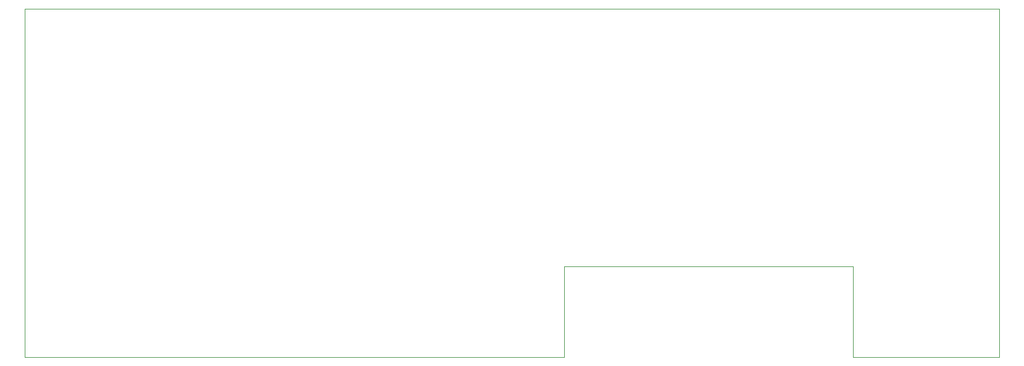
<source format=gbr>
%TF.GenerationSoftware,KiCad,Pcbnew,8.0.7-8.0.7-0~ubuntu24.04.1*%
%TF.CreationDate,2024-12-31T11:00:58+02:00*%
%TF.ProjectId,LRL5,4c524c35-2e6b-4696-9361-645f70636258,rev?*%
%TF.SameCoordinates,Original*%
%TF.FileFunction,Profile,NP*%
%FSLAX46Y46*%
G04 Gerber Fmt 4.6, Leading zero omitted, Abs format (unit mm)*
G04 Created by KiCad (PCBNEW 8.0.7-8.0.7-0~ubuntu24.04.1) date 2024-12-31 11:00:58*
%MOMM*%
%LPD*%
G01*
G04 APERTURE LIST*
%TA.AperFunction,Profile*%
%ADD10C,0.050000*%
%TD*%
G04 APERTURE END LIST*
D10*
X246500000Y-67000000D02*
X246500000Y-80000000D01*
X127500000Y-30000000D02*
X127500000Y-80000000D01*
X205000000Y-67000000D02*
X246500000Y-67000000D01*
X127500000Y-30000000D02*
X267500000Y-30000000D01*
X127500000Y-80000000D02*
X205000000Y-80000000D01*
X205000000Y-80000000D02*
X205000000Y-67000000D01*
X267500000Y-80000000D02*
X267500000Y-30000000D01*
X246500000Y-80000000D02*
X267500000Y-80000000D01*
M02*

</source>
